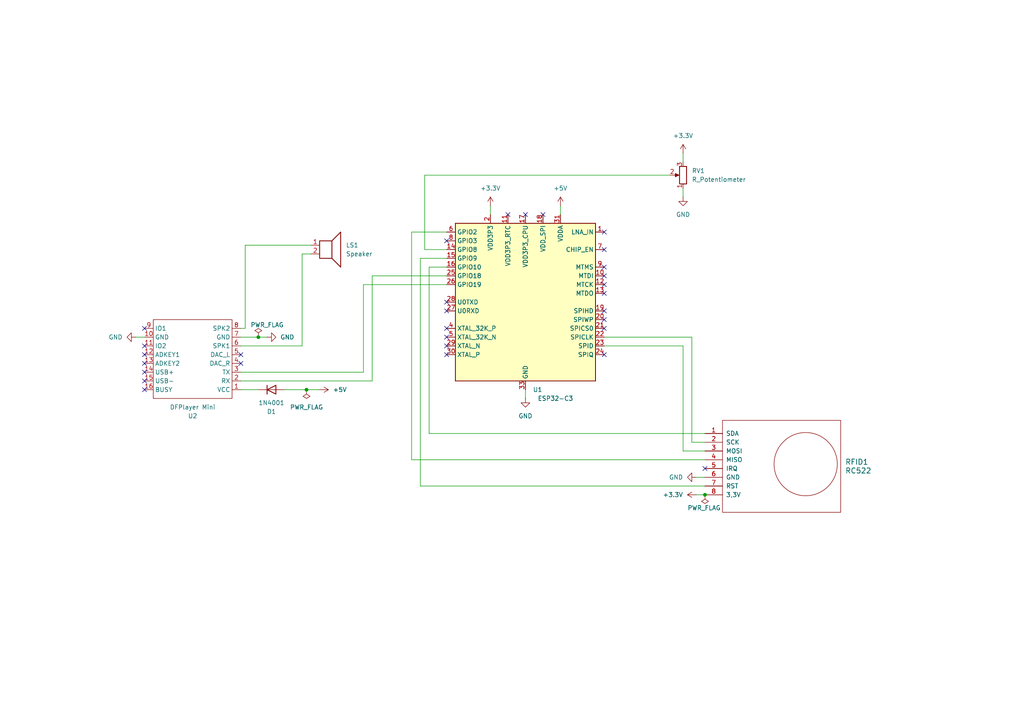
<source format=kicad_sch>
(kicad_sch
	(version 20250114)
	(generator "eeschema")
	(generator_version "9.0")
	(uuid "5544d845-9aac-4155-bcc6-e1be45966d24")
	(paper "A4")
	(title_block
		(title "Minecraft Jukebox")
		(date "2025-08-01")
		(comment 1 "IRL Minecraft Jukebox Prototype")
	)
	(lib_symbols
		(symbol "Device:R_Potentiometer"
			(pin_names
				(offset 1.016)
				(hide yes)
			)
			(exclude_from_sim no)
			(in_bom yes)
			(on_board yes)
			(property "Reference" "RV"
				(at -4.445 0 90)
				(effects
					(font
						(size 1.27 1.27)
					)
				)
			)
			(property "Value" "R_Potentiometer"
				(at -2.54 0 90)
				(effects
					(font
						(size 1.27 1.27)
					)
				)
			)
			(property "Footprint" ""
				(at 0 0 0)
				(effects
					(font
						(size 1.27 1.27)
					)
					(hide yes)
				)
			)
			(property "Datasheet" "~"
				(at 0 0 0)
				(effects
					(font
						(size 1.27 1.27)
					)
					(hide yes)
				)
			)
			(property "Description" "Potentiometer"
				(at 0 0 0)
				(effects
					(font
						(size 1.27 1.27)
					)
					(hide yes)
				)
			)
			(property "ki_keywords" "resistor variable"
				(at 0 0 0)
				(effects
					(font
						(size 1.27 1.27)
					)
					(hide yes)
				)
			)
			(property "ki_fp_filters" "Potentiometer*"
				(at 0 0 0)
				(effects
					(font
						(size 1.27 1.27)
					)
					(hide yes)
				)
			)
			(symbol "R_Potentiometer_0_1"
				(rectangle
					(start 1.016 2.54)
					(end -1.016 -2.54)
					(stroke
						(width 0.254)
						(type default)
					)
					(fill
						(type none)
					)
				)
				(polyline
					(pts
						(xy 1.143 0) (xy 2.286 0.508) (xy 2.286 -0.508) (xy 1.143 0)
					)
					(stroke
						(width 0)
						(type default)
					)
					(fill
						(type outline)
					)
				)
				(polyline
					(pts
						(xy 2.54 0) (xy 1.524 0)
					)
					(stroke
						(width 0)
						(type default)
					)
					(fill
						(type none)
					)
				)
			)
			(symbol "R_Potentiometer_1_1"
				(pin passive line
					(at 0 3.81 270)
					(length 1.27)
					(name "1"
						(effects
							(font
								(size 1.27 1.27)
							)
						)
					)
					(number "1"
						(effects
							(font
								(size 1.27 1.27)
							)
						)
					)
				)
				(pin passive line
					(at 0 -3.81 90)
					(length 1.27)
					(name "3"
						(effects
							(font
								(size 1.27 1.27)
							)
						)
					)
					(number "3"
						(effects
							(font
								(size 1.27 1.27)
							)
						)
					)
				)
				(pin passive line
					(at 3.81 0 180)
					(length 1.27)
					(name "2"
						(effects
							(font
								(size 1.27 1.27)
							)
						)
					)
					(number "2"
						(effects
							(font
								(size 1.27 1.27)
							)
						)
					)
				)
			)
			(embedded_fonts no)
		)
		(symbol "Device:Speaker"
			(pin_names
				(offset 0)
				(hide yes)
			)
			(exclude_from_sim no)
			(in_bom yes)
			(on_board yes)
			(property "Reference" "LS"
				(at 1.27 5.715 0)
				(effects
					(font
						(size 1.27 1.27)
					)
					(justify right)
				)
			)
			(property "Value" "Speaker"
				(at 1.27 3.81 0)
				(effects
					(font
						(size 1.27 1.27)
					)
					(justify right)
				)
			)
			(property "Footprint" ""
				(at 0 -5.08 0)
				(effects
					(font
						(size 1.27 1.27)
					)
					(hide yes)
				)
			)
			(property "Datasheet" "~"
				(at -0.254 -1.27 0)
				(effects
					(font
						(size 1.27 1.27)
					)
					(hide yes)
				)
			)
			(property "Description" "Speaker"
				(at 0 0 0)
				(effects
					(font
						(size 1.27 1.27)
					)
					(hide yes)
				)
			)
			(property "ki_keywords" "speaker sound"
				(at 0 0 0)
				(effects
					(font
						(size 1.27 1.27)
					)
					(hide yes)
				)
			)
			(symbol "Speaker_0_0"
				(rectangle
					(start -2.54 1.27)
					(end 1.016 -3.81)
					(stroke
						(width 0.254)
						(type default)
					)
					(fill
						(type none)
					)
				)
				(polyline
					(pts
						(xy 1.016 1.27) (xy 3.556 3.81) (xy 3.556 -6.35) (xy 1.016 -3.81)
					)
					(stroke
						(width 0.254)
						(type default)
					)
					(fill
						(type none)
					)
				)
			)
			(symbol "Speaker_1_1"
				(pin input line
					(at -5.08 0 0)
					(length 2.54)
					(name "1"
						(effects
							(font
								(size 1.27 1.27)
							)
						)
					)
					(number "1"
						(effects
							(font
								(size 1.27 1.27)
							)
						)
					)
				)
				(pin input line
					(at -5.08 -2.54 0)
					(length 2.54)
					(name "2"
						(effects
							(font
								(size 1.27 1.27)
							)
						)
					)
					(number "2"
						(effects
							(font
								(size 1.27 1.27)
							)
						)
					)
				)
			)
			(embedded_fonts no)
		)
		(symbol "Diode:1N4001"
			(pin_numbers
				(hide yes)
			)
			(pin_names
				(hide yes)
			)
			(exclude_from_sim no)
			(in_bom yes)
			(on_board yes)
			(property "Reference" "D"
				(at 0 2.54 0)
				(effects
					(font
						(size 1.27 1.27)
					)
				)
			)
			(property "Value" "1N4001"
				(at 0 -2.54 0)
				(effects
					(font
						(size 1.27 1.27)
					)
				)
			)
			(property "Footprint" "Diode_THT:D_DO-41_SOD81_P10.16mm_Horizontal"
				(at 0 0 0)
				(effects
					(font
						(size 1.27 1.27)
					)
					(hide yes)
				)
			)
			(property "Datasheet" "http://www.vishay.com/docs/88503/1n4001.pdf"
				(at 0 0 0)
				(effects
					(font
						(size 1.27 1.27)
					)
					(hide yes)
				)
			)
			(property "Description" "50V 1A General Purpose Rectifier Diode, DO-41"
				(at 0 0 0)
				(effects
					(font
						(size 1.27 1.27)
					)
					(hide yes)
				)
			)
			(property "Sim.Device" "D"
				(at 0 0 0)
				(effects
					(font
						(size 1.27 1.27)
					)
					(hide yes)
				)
			)
			(property "Sim.Pins" "1=K 2=A"
				(at 0 0 0)
				(effects
					(font
						(size 1.27 1.27)
					)
					(hide yes)
				)
			)
			(property "ki_keywords" "diode"
				(at 0 0 0)
				(effects
					(font
						(size 1.27 1.27)
					)
					(hide yes)
				)
			)
			(property "ki_fp_filters" "D*DO?41*"
				(at 0 0 0)
				(effects
					(font
						(size 1.27 1.27)
					)
					(hide yes)
				)
			)
			(symbol "1N4001_0_1"
				(polyline
					(pts
						(xy -1.27 1.27) (xy -1.27 -1.27)
					)
					(stroke
						(width 0.254)
						(type default)
					)
					(fill
						(type none)
					)
				)
				(polyline
					(pts
						(xy 1.27 1.27) (xy 1.27 -1.27) (xy -1.27 0) (xy 1.27 1.27)
					)
					(stroke
						(width 0.254)
						(type default)
					)
					(fill
						(type none)
					)
				)
				(polyline
					(pts
						(xy 1.27 0) (xy -1.27 0)
					)
					(stroke
						(width 0)
						(type default)
					)
					(fill
						(type none)
					)
				)
			)
			(symbol "1N4001_1_1"
				(pin passive line
					(at -3.81 0 0)
					(length 2.54)
					(name "K"
						(effects
							(font
								(size 1.27 1.27)
							)
						)
					)
					(number "1"
						(effects
							(font
								(size 1.27 1.27)
							)
						)
					)
				)
				(pin passive line
					(at 3.81 0 180)
					(length 2.54)
					(name "A"
						(effects
							(font
								(size 1.27 1.27)
							)
						)
					)
					(number "2"
						(effects
							(font
								(size 1.27 1.27)
							)
						)
					)
				)
			)
			(embedded_fonts no)
		)
		(symbol "MCU_Espressif:ESP32-C3"
			(exclude_from_sim no)
			(in_bom yes)
			(on_board yes)
			(property "Reference" "U"
				(at -17.272 23.876 0)
				(effects
					(font
						(size 1.27 1.27)
					)
				)
			)
			(property "Value" "ESP32-C3"
				(at 16.256 23.876 0)
				(effects
					(font
						(size 1.27 1.27)
					)
				)
			)
			(property "Footprint" "Package_DFN_QFN:QFN-32-1EP_5x5mm_P0.5mm_EP3.7x3.7mm"
				(at 0.508 0 0)
				(effects
					(font
						(size 1.27 1.27)
					)
					(hide yes)
				)
			)
			(property "Datasheet" "https://www.espressif.com/sites/default/files/documentation/esp32-c3_datasheet_en.pdf"
				(at 0.508 0 0)
				(effects
					(font
						(size 1.27 1.27)
					)
					(hide yes)
				)
			)
			(property "Description" "RF Module, ESP32 SoC, RISC-V, WiFi 802.11b/n/g, Bluetooth LE 5, QFN32"
				(at 0.508 0 0)
				(effects
					(font
						(size 1.27 1.27)
					)
					(hide yes)
				)
			)
			(property "ki_keywords" "WiFi BLE ESP32 Espressif"
				(at 0 0 0)
				(effects
					(font
						(size 1.27 1.27)
					)
					(hide yes)
				)
			)
			(property "ki_fp_filters" "QFN*1EP*5x5mm*P0.5mm*EP3.7x3.7mm*"
				(at 0 0 0)
				(effects
					(font
						(size 1.27 1.27)
					)
					(hide yes)
				)
			)
			(symbol "ESP32-C3_1_1"
				(rectangle
					(start -20.32 22.86)
					(end 20.32 -22.86)
					(stroke
						(width 0.254)
						(type default)
					)
					(fill
						(type background)
					)
				)
				(pin bidirectional line
					(at -22.86 20.32 0)
					(length 2.54)
					(name "GPIO2"
						(effects
							(font
								(size 1.27 1.27)
							)
						)
					)
					(number "6"
						(effects
							(font
								(size 1.27 1.27)
							)
						)
					)
				)
				(pin bidirectional line
					(at -22.86 17.78 0)
					(length 2.54)
					(name "GPIO3"
						(effects
							(font
								(size 1.27 1.27)
							)
						)
					)
					(number "8"
						(effects
							(font
								(size 1.27 1.27)
							)
						)
					)
				)
				(pin bidirectional line
					(at -22.86 15.24 0)
					(length 2.54)
					(name "GPIO8"
						(effects
							(font
								(size 1.27 1.27)
							)
						)
					)
					(number "14"
						(effects
							(font
								(size 1.27 1.27)
							)
						)
					)
				)
				(pin bidirectional line
					(at -22.86 12.7 0)
					(length 2.54)
					(name "GPIO9"
						(effects
							(font
								(size 1.27 1.27)
							)
						)
					)
					(number "15"
						(effects
							(font
								(size 1.27 1.27)
							)
						)
					)
				)
				(pin bidirectional line
					(at -22.86 10.16 0)
					(length 2.54)
					(name "GPIO10"
						(effects
							(font
								(size 1.27 1.27)
							)
						)
					)
					(number "16"
						(effects
							(font
								(size 1.27 1.27)
							)
						)
					)
				)
				(pin bidirectional line
					(at -22.86 7.62 0)
					(length 2.54)
					(name "GPIO18"
						(effects
							(font
								(size 1.27 1.27)
							)
						)
					)
					(number "25"
						(effects
							(font
								(size 1.27 1.27)
							)
						)
					)
				)
				(pin bidirectional line
					(at -22.86 5.08 0)
					(length 2.54)
					(name "GPIO19"
						(effects
							(font
								(size 1.27 1.27)
							)
						)
					)
					(number "26"
						(effects
							(font
								(size 1.27 1.27)
							)
						)
					)
				)
				(pin bidirectional line
					(at -22.86 0 0)
					(length 2.54)
					(name "U0TXD"
						(effects
							(font
								(size 1.27 1.27)
							)
						)
					)
					(number "28"
						(effects
							(font
								(size 1.27 1.27)
							)
						)
					)
				)
				(pin bidirectional line
					(at -22.86 -2.54 0)
					(length 2.54)
					(name "U0RXD"
						(effects
							(font
								(size 1.27 1.27)
							)
						)
					)
					(number "27"
						(effects
							(font
								(size 1.27 1.27)
							)
						)
					)
				)
				(pin bidirectional line
					(at -22.86 -7.62 0)
					(length 2.54)
					(name "XTAL_32K_P"
						(effects
							(font
								(size 1.27 1.27)
							)
						)
					)
					(number "4"
						(effects
							(font
								(size 1.27 1.27)
							)
						)
					)
				)
				(pin bidirectional line
					(at -22.86 -10.16 0)
					(length 2.54)
					(name "XTAL_32K_N"
						(effects
							(font
								(size 1.27 1.27)
							)
						)
					)
					(number "5"
						(effects
							(font
								(size 1.27 1.27)
							)
						)
					)
				)
				(pin bidirectional line
					(at -22.86 -12.7 0)
					(length 2.54)
					(name "XTAL_N"
						(effects
							(font
								(size 1.27 1.27)
							)
						)
					)
					(number "29"
						(effects
							(font
								(size 1.27 1.27)
							)
						)
					)
				)
				(pin bidirectional line
					(at -22.86 -15.24 0)
					(length 2.54)
					(name "XTAL_P"
						(effects
							(font
								(size 1.27 1.27)
							)
						)
					)
					(number "30"
						(effects
							(font
								(size 1.27 1.27)
							)
						)
					)
				)
				(pin power_in line
					(at -10.16 25.4 270)
					(length 2.54)
					(name "VDD3P3"
						(effects
							(font
								(size 1.27 1.27)
							)
						)
					)
					(number "2"
						(effects
							(font
								(size 1.27 1.27)
							)
						)
					)
				)
				(pin passive line
					(at -10.16 25.4 270)
					(length 2.54)
					(hide yes)
					(name "VDD3P3"
						(effects
							(font
								(size 1.27 1.27)
							)
						)
					)
					(number "3"
						(effects
							(font
								(size 1.27 1.27)
							)
						)
					)
				)
				(pin power_in line
					(at -5.08 25.4 270)
					(length 2.54)
					(name "VDD3P3_RTC"
						(effects
							(font
								(size 1.27 1.27)
							)
						)
					)
					(number "11"
						(effects
							(font
								(size 1.27 1.27)
							)
						)
					)
				)
				(pin power_in line
					(at 0 25.4 270)
					(length 2.54)
					(name "VDD3P3_CPU"
						(effects
							(font
								(size 1.27 1.27)
							)
						)
					)
					(number "17"
						(effects
							(font
								(size 1.27 1.27)
							)
						)
					)
				)
				(pin power_in line
					(at 0 -25.4 90)
					(length 2.54)
					(name "GND"
						(effects
							(font
								(size 1.27 1.27)
							)
						)
					)
					(number "33"
						(effects
							(font
								(size 1.27 1.27)
							)
						)
					)
				)
				(pin power_out line
					(at 5.08 25.4 270)
					(length 2.54)
					(name "VDD_SPI"
						(effects
							(font
								(size 1.27 1.27)
							)
						)
					)
					(number "18"
						(effects
							(font
								(size 1.27 1.27)
							)
						)
					)
				)
				(pin power_in line
					(at 10.16 25.4 270)
					(length 2.54)
					(name "VDDA"
						(effects
							(font
								(size 1.27 1.27)
							)
						)
					)
					(number "31"
						(effects
							(font
								(size 1.27 1.27)
							)
						)
					)
				)
				(pin passive line
					(at 10.16 25.4 270)
					(length 2.54)
					(hide yes)
					(name "VDDA"
						(effects
							(font
								(size 1.27 1.27)
							)
						)
					)
					(number "32"
						(effects
							(font
								(size 1.27 1.27)
							)
						)
					)
				)
				(pin bidirectional line
					(at 22.86 20.32 180)
					(length 2.54)
					(name "LNA_IN"
						(effects
							(font
								(size 1.27 1.27)
							)
						)
					)
					(number "1"
						(effects
							(font
								(size 1.27 1.27)
							)
						)
					)
				)
				(pin bidirectional line
					(at 22.86 15.24 180)
					(length 2.54)
					(name "CHIP_EN"
						(effects
							(font
								(size 1.27 1.27)
							)
						)
					)
					(number "7"
						(effects
							(font
								(size 1.27 1.27)
							)
						)
					)
				)
				(pin bidirectional line
					(at 22.86 10.16 180)
					(length 2.54)
					(name "MTMS"
						(effects
							(font
								(size 1.27 1.27)
							)
						)
					)
					(number "9"
						(effects
							(font
								(size 1.27 1.27)
							)
						)
					)
				)
				(pin bidirectional line
					(at 22.86 7.62 180)
					(length 2.54)
					(name "MTDI"
						(effects
							(font
								(size 1.27 1.27)
							)
						)
					)
					(number "10"
						(effects
							(font
								(size 1.27 1.27)
							)
						)
					)
				)
				(pin bidirectional line
					(at 22.86 5.08 180)
					(length 2.54)
					(name "MTCK"
						(effects
							(font
								(size 1.27 1.27)
							)
						)
					)
					(number "12"
						(effects
							(font
								(size 1.27 1.27)
							)
						)
					)
				)
				(pin bidirectional line
					(at 22.86 2.54 180)
					(length 2.54)
					(name "MTDO"
						(effects
							(font
								(size 1.27 1.27)
							)
						)
					)
					(number "13"
						(effects
							(font
								(size 1.27 1.27)
							)
						)
					)
				)
				(pin bidirectional line
					(at 22.86 -2.54 180)
					(length 2.54)
					(name "SPIHD"
						(effects
							(font
								(size 1.27 1.27)
							)
						)
					)
					(number "19"
						(effects
							(font
								(size 1.27 1.27)
							)
						)
					)
				)
				(pin bidirectional line
					(at 22.86 -5.08 180)
					(length 2.54)
					(name "SPIWP"
						(effects
							(font
								(size 1.27 1.27)
							)
						)
					)
					(number "20"
						(effects
							(font
								(size 1.27 1.27)
							)
						)
					)
				)
				(pin bidirectional line
					(at 22.86 -7.62 180)
					(length 2.54)
					(name "SPICS0"
						(effects
							(font
								(size 1.27 1.27)
							)
						)
					)
					(number "21"
						(effects
							(font
								(size 1.27 1.27)
							)
						)
					)
				)
				(pin bidirectional line
					(at 22.86 -10.16 180)
					(length 2.54)
					(name "SPICLK"
						(effects
							(font
								(size 1.27 1.27)
							)
						)
					)
					(number "22"
						(effects
							(font
								(size 1.27 1.27)
							)
						)
					)
				)
				(pin bidirectional line
					(at 22.86 -12.7 180)
					(length 2.54)
					(name "SPID"
						(effects
							(font
								(size 1.27 1.27)
							)
						)
					)
					(number "23"
						(effects
							(font
								(size 1.27 1.27)
							)
						)
					)
				)
				(pin bidirectional line
					(at 22.86 -15.24 180)
					(length 2.54)
					(name "SPIQ"
						(effects
							(font
								(size 1.27 1.27)
							)
						)
					)
					(number "24"
						(effects
							(font
								(size 1.27 1.27)
							)
						)
					)
				)
			)
			(embedded_fonts no)
		)
		(symbol "minecraft_jb_lib:DFR0299_dfPlayer_mini"
			(exclude_from_sim no)
			(in_bom yes)
			(on_board yes)
			(property "Reference" "U"
				(at 0 0 0)
				(effects
					(font
						(size 1.27 1.27)
					)
				)
			)
			(property "Value" "DFPlayer Mini"
				(at 0 0 0)
				(effects
					(font
						(size 1.27 1.27)
					)
				)
			)
			(property "Footprint" ""
				(at 0 0 0)
				(effects
					(font
						(size 1.27 1.27)
					)
					(hide yes)
				)
			)
			(property "Datasheet" ""
				(at 0 0 0)
				(effects
					(font
						(size 1.27 1.27)
					)
					(hide yes)
				)
			)
			(property "Description" ""
				(at 0 0 0)
				(effects
					(font
						(size 1.27 1.27)
					)
					(hide yes)
				)
			)
			(symbol "DFR0299_dfPlayer_mini_0_1"
				(rectangle
					(start -11.43 11.43)
					(end 11.43 -11.43)
					(stroke
						(width 0)
						(type default)
					)
					(fill
						(type none)
					)
				)
				(rectangle
					(start 7.62 -7.62)
					(end 7.62 -7.62)
					(stroke
						(width 0)
						(type default)
					)
					(fill
						(type none)
					)
				)
			)
			(symbol "DFR0299_dfPlayer_mini_1_1"
				(pin power_out line
					(at -13.97 8.89 0)
					(length 2.54)
					(name "VCC"
						(effects
							(font
								(size 1.27 1.27)
							)
						)
					)
					(number "1"
						(effects
							(font
								(size 1.27 1.27)
							)
						)
					)
				)
				(pin input line
					(at -13.97 6.35 0)
					(length 2.54)
					(name "RX"
						(effects
							(font
								(size 1.27 1.27)
							)
						)
					)
					(number "2"
						(effects
							(font
								(size 1.27 1.27)
							)
						)
					)
				)
				(pin output line
					(at -13.97 3.81 0)
					(length 2.54)
					(name "TX"
						(effects
							(font
								(size 1.27 1.27)
							)
						)
					)
					(number "3"
						(effects
							(font
								(size 1.27 1.27)
							)
						)
					)
				)
				(pin output line
					(at -13.97 1.27 0)
					(length 2.54)
					(name "DAC_R"
						(effects
							(font
								(size 1.27 1.27)
							)
						)
					)
					(number "4"
						(effects
							(font
								(size 1.27 1.27)
							)
						)
					)
				)
				(pin output line
					(at -13.97 -1.27 0)
					(length 2.54)
					(name "DAC_L"
						(effects
							(font
								(size 1.27 1.27)
							)
						)
					)
					(number "5"
						(effects
							(font
								(size 1.27 1.27)
							)
						)
					)
				)
				(pin output line
					(at -13.97 -3.81 0)
					(length 2.54)
					(name "SPK1"
						(effects
							(font
								(size 1.27 1.27)
							)
						)
					)
					(number "6"
						(effects
							(font
								(size 1.27 1.27)
							)
						)
					)
				)
				(pin power_in line
					(at -13.97 -6.35 0)
					(length 2.54)
					(name "GND"
						(effects
							(font
								(size 1.27 1.27)
							)
						)
					)
					(number "7"
						(effects
							(font
								(size 1.27 1.27)
							)
						)
					)
				)
				(pin output line
					(at -13.97 -8.89 0)
					(length 2.54)
					(name "SPK2"
						(effects
							(font
								(size 1.27 1.27)
							)
						)
					)
					(number "8"
						(effects
							(font
								(size 1.27 1.27)
							)
						)
					)
				)
				(pin output line
					(at 13.97 8.89 180)
					(length 2.54)
					(name "BUSY"
						(effects
							(font
								(size 1.27 1.27)
							)
						)
					)
					(number "16"
						(effects
							(font
								(size 1.27 1.27)
							)
						)
					)
				)
				(pin unspecified line
					(at 13.97 6.35 180)
					(length 2.54)
					(name "USB-"
						(effects
							(font
								(size 1.27 1.27)
							)
						)
					)
					(number "15"
						(effects
							(font
								(size 1.27 1.27)
							)
						)
					)
				)
				(pin unspecified line
					(at 13.97 3.81 180)
					(length 2.54)
					(name "USB+"
						(effects
							(font
								(size 1.27 1.27)
							)
						)
					)
					(number "14"
						(effects
							(font
								(size 1.27 1.27)
							)
						)
					)
				)
				(pin unspecified line
					(at 13.97 1.27 180)
					(length 2.54)
					(name "ADKEY2"
						(effects
							(font
								(size 1.27 1.27)
							)
						)
					)
					(number "13"
						(effects
							(font
								(size 1.27 1.27)
							)
						)
					)
				)
				(pin unspecified line
					(at 13.97 -1.27 180)
					(length 2.54)
					(name "ADKEY1"
						(effects
							(font
								(size 1.27 1.27)
							)
						)
					)
					(number "12"
						(effects
							(font
								(size 1.27 1.27)
							)
						)
					)
				)
				(pin input line
					(at 13.97 -3.81 180)
					(length 2.54)
					(name "IO2"
						(effects
							(font
								(size 1.27 1.27)
							)
						)
					)
					(number "11"
						(effects
							(font
								(size 1.27 1.27)
							)
						)
					)
				)
				(pin power_in line
					(at 13.97 -6.35 180)
					(length 2.54)
					(name "GND"
						(effects
							(font
								(size 1.27 1.27)
							)
						)
					)
					(number "10"
						(effects
							(font
								(size 1.27 1.27)
							)
						)
					)
				)
				(pin input line
					(at 13.97 -8.89 180)
					(length 2.54)
					(name "IO1"
						(effects
							(font
								(size 1.27 1.27)
							)
						)
					)
					(number "9"
						(effects
							(font
								(size 1.27 1.27)
							)
						)
					)
				)
			)
			(embedded_fonts no)
		)
		(symbol "minecraft_jb_lib:RC522"
			(pin_names
				(offset 1.016)
			)
			(exclude_from_sim no)
			(in_bom yes)
			(on_board yes)
			(property "Reference" "RFID"
				(at 0 5.08 0)
				(effects
					(font
						(size 1.524 1.524)
					)
				)
			)
			(property "Value" "RC522"
				(at 0 10.16 0)
				(effects
					(font
						(size 1.524 1.524)
					)
				)
			)
			(property "Footprint" ""
				(at 0 0 0)
				(effects
					(font
						(size 1.524 1.524)
					)
					(hide yes)
				)
			)
			(property "Datasheet" ""
				(at 0 0 0)
				(effects
					(font
						(size 1.524 1.524)
					)
					(hide yes)
				)
			)
			(property "Description" ""
				(at 0 0 0)
				(effects
					(font
						(size 1.27 1.27)
					)
					(hide yes)
				)
			)
			(symbol "RC522_0_1"
				(rectangle
					(start -13.97 30.48)
					(end 12.7 -3.81)
					(stroke
						(width 0)
						(type solid)
					)
					(fill
						(type none)
					)
				)
				(circle
					(center 0 6.35)
					(radius 9.1694)
					(stroke
						(width 0)
						(type solid)
					)
					(fill
						(type none)
					)
				)
			)
			(symbol "RC522_1_1"
				(pin power_in line
					(at -8.89 35.56 270)
					(length 5.08)
					(name "3,3V"
						(effects
							(font
								(size 1.27 1.27)
							)
						)
					)
					(number "8"
						(effects
							(font
								(size 1.27 1.27)
							)
						)
					)
				)
				(pin input line
					(at -6.35 35.56 270)
					(length 5.08)
					(name "RST"
						(effects
							(font
								(size 1.27 1.27)
							)
						)
					)
					(number "7"
						(effects
							(font
								(size 1.27 1.27)
							)
						)
					)
				)
				(pin power_in line
					(at -3.81 35.56 270)
					(length 5.08)
					(name "GND"
						(effects
							(font
								(size 1.27 1.27)
							)
						)
					)
					(number "6"
						(effects
							(font
								(size 1.27 1.27)
							)
						)
					)
				)
				(pin output line
					(at -1.27 35.56 270)
					(length 5.08)
					(name "IRQ"
						(effects
							(font
								(size 1.27 1.27)
							)
						)
					)
					(number "5"
						(effects
							(font
								(size 1.27 1.27)
							)
						)
					)
				)
				(pin output line
					(at 1.27 35.56 270)
					(length 5.08)
					(name "MISO"
						(effects
							(font
								(size 1.27 1.27)
							)
						)
					)
					(number "4"
						(effects
							(font
								(size 1.27 1.27)
							)
						)
					)
				)
				(pin output line
					(at 3.81 35.56 270)
					(length 5.08)
					(name "MOSI"
						(effects
							(font
								(size 1.27 1.27)
							)
						)
					)
					(number "3"
						(effects
							(font
								(size 1.27 1.27)
							)
						)
					)
				)
				(pin output line
					(at 6.35 35.56 270)
					(length 5.08)
					(name "SCK"
						(effects
							(font
								(size 1.27 1.27)
							)
						)
					)
					(number "2"
						(effects
							(font
								(size 1.27 1.27)
							)
						)
					)
				)
				(pin output line
					(at 8.89 35.56 270)
					(length 5.08)
					(name "SDA"
						(effects
							(font
								(size 1.27 1.27)
							)
						)
					)
					(number "1"
						(effects
							(font
								(size 1.27 1.27)
							)
						)
					)
				)
			)
			(embedded_fonts no)
		)
		(symbol "power:+3.3V"
			(power)
			(pin_numbers
				(hide yes)
			)
			(pin_names
				(offset 0)
				(hide yes)
			)
			(exclude_from_sim no)
			(in_bom yes)
			(on_board yes)
			(property "Reference" "#PWR"
				(at 0 -3.81 0)
				(effects
					(font
						(size 1.27 1.27)
					)
					(hide yes)
				)
			)
			(property "Value" "+3.3V"
				(at 0 3.556 0)
				(effects
					(font
						(size 1.27 1.27)
					)
				)
			)
			(property "Footprint" ""
				(at 0 0 0)
				(effects
					(font
						(size 1.27 1.27)
					)
					(hide yes)
				)
			)
			(property "Datasheet" ""
				(at 0 0 0)
				(effects
					(font
						(size 1.27 1.27)
					)
					(hide yes)
				)
			)
			(property "Description" "Power symbol creates a global label with name \"+3.3V\""
				(at 0 0 0)
				(effects
					(font
						(size 1.27 1.27)
					)
					(hide yes)
				)
			)
			(property "ki_keywords" "global power"
				(at 0 0 0)
				(effects
					(font
						(size 1.27 1.27)
					)
					(hide yes)
				)
			)
			(symbol "+3.3V_0_1"
				(polyline
					(pts
						(xy -0.762 1.27) (xy 0 2.54)
					)
					(stroke
						(width 0)
						(type default)
					)
					(fill
						(type none)
					)
				)
				(polyline
					(pts
						(xy 0 2.54) (xy 0.762 1.27)
					)
					(stroke
						(width 0)
						(type default)
					)
					(fill
						(type none)
					)
				)
				(polyline
					(pts
						(xy 0 0) (xy 0 2.54)
					)
					(stroke
						(width 0)
						(type default)
					)
					(fill
						(type none)
					)
				)
			)
			(symbol "+3.3V_1_1"
				(pin power_in line
					(at 0 0 90)
					(length 0)
					(name "~"
						(effects
							(font
								(size 1.27 1.27)
							)
						)
					)
					(number "1"
						(effects
							(font
								(size 1.27 1.27)
							)
						)
					)
				)
			)
			(embedded_fonts no)
		)
		(symbol "power:+5V"
			(power)
			(pin_numbers
				(hide yes)
			)
			(pin_names
				(offset 0)
				(hide yes)
			)
			(exclude_from_sim no)
			(in_bom yes)
			(on_board yes)
			(property "Reference" "#PWR"
				(at 0 -3.81 0)
				(effects
					(font
						(size 1.27 1.27)
					)
					(hide yes)
				)
			)
			(property "Value" "+5V"
				(at 0 3.556 0)
				(effects
					(font
						(size 1.27 1.27)
					)
				)
			)
			(property "Footprint" ""
				(at 0 0 0)
				(effects
					(font
						(size 1.27 1.27)
					)
					(hide yes)
				)
			)
			(property "Datasheet" ""
				(at 0 0 0)
				(effects
					(font
						(size 1.27 1.27)
					)
					(hide yes)
				)
			)
			(property "Description" "Power symbol creates a global label with name \"+5V\""
				(at 0 0 0)
				(effects
					(font
						(size 1.27 1.27)
					)
					(hide yes)
				)
			)
			(property "ki_keywords" "global power"
				(at 0 0 0)
				(effects
					(font
						(size 1.27 1.27)
					)
					(hide yes)
				)
			)
			(symbol "+5V_0_1"
				(polyline
					(pts
						(xy -0.762 1.27) (xy 0 2.54)
					)
					(stroke
						(width 0)
						(type default)
					)
					(fill
						(type none)
					)
				)
				(polyline
					(pts
						(xy 0 2.54) (xy 0.762 1.27)
					)
					(stroke
						(width 0)
						(type default)
					)
					(fill
						(type none)
					)
				)
				(polyline
					(pts
						(xy 0 0) (xy 0 2.54)
					)
					(stroke
						(width 0)
						(type default)
					)
					(fill
						(type none)
					)
				)
			)
			(symbol "+5V_1_1"
				(pin power_in line
					(at 0 0 90)
					(length 0)
					(name "~"
						(effects
							(font
								(size 1.27 1.27)
							)
						)
					)
					(number "1"
						(effects
							(font
								(size 1.27 1.27)
							)
						)
					)
				)
			)
			(embedded_fonts no)
		)
		(symbol "power:GND"
			(power)
			(pin_numbers
				(hide yes)
			)
			(pin_names
				(offset 0)
				(hide yes)
			)
			(exclude_from_sim no)
			(in_bom yes)
			(on_board yes)
			(property "Reference" "#PWR"
				(at 0 -6.35 0)
				(effects
					(font
						(size 1.27 1.27)
					)
					(hide yes)
				)
			)
			(property "Value" "GND"
				(at 0 -3.81 0)
				(effects
					(font
						(size 1.27 1.27)
					)
				)
			)
			(property "Footprint" ""
				(at 0 0 0)
				(effects
					(font
						(size 1.27 1.27)
					)
					(hide yes)
				)
			)
			(property "Datasheet" ""
				(at 0 0 0)
				(effects
					(font
						(size 1.27 1.27)
					)
					(hide yes)
				)
			)
			(property "Description" "Power symbol creates a global label with name \"GND\" , ground"
				(at 0 0 0)
				(effects
					(font
						(size 1.27 1.27)
					)
					(hide yes)
				)
			)
			(property "ki_keywords" "global power"
				(at 0 0 0)
				(effects
					(font
						(size 1.27 1.27)
					)
					(hide yes)
				)
			)
			(symbol "GND_0_1"
				(polyline
					(pts
						(xy 0 0) (xy 0 -1.27) (xy 1.27 -1.27) (xy 0 -2.54) (xy -1.27 -1.27) (xy 0 -1.27)
					)
					(stroke
						(width 0)
						(type default)
					)
					(fill
						(type none)
					)
				)
			)
			(symbol "GND_1_1"
				(pin power_in line
					(at 0 0 270)
					(length 0)
					(name "~"
						(effects
							(font
								(size 1.27 1.27)
							)
						)
					)
					(number "1"
						(effects
							(font
								(size 1.27 1.27)
							)
						)
					)
				)
			)
			(embedded_fonts no)
		)
		(symbol "power:PWR_FLAG"
			(power)
			(pin_numbers
				(hide yes)
			)
			(pin_names
				(offset 0)
				(hide yes)
			)
			(exclude_from_sim no)
			(in_bom yes)
			(on_board yes)
			(property "Reference" "#FLG"
				(at 0 1.905 0)
				(effects
					(font
						(size 1.27 1.27)
					)
					(hide yes)
				)
			)
			(property "Value" "PWR_FLAG"
				(at 0 3.81 0)
				(effects
					(font
						(size 1.27 1.27)
					)
				)
			)
			(property "Footprint" ""
				(at 0 0 0)
				(effects
					(font
						(size 1.27 1.27)
					)
					(hide yes)
				)
			)
			(property "Datasheet" "~"
				(at 0 0 0)
				(effects
					(font
						(size 1.27 1.27)
					)
					(hide yes)
				)
			)
			(property "Description" "Special symbol for telling ERC where power comes from"
				(at 0 0 0)
				(effects
					(font
						(size 1.27 1.27)
					)
					(hide yes)
				)
			)
			(property "ki_keywords" "flag power"
				(at 0 0 0)
				(effects
					(font
						(size 1.27 1.27)
					)
					(hide yes)
				)
			)
			(symbol "PWR_FLAG_0_0"
				(pin power_out line
					(at 0 0 90)
					(length 0)
					(name "~"
						(effects
							(font
								(size 1.27 1.27)
							)
						)
					)
					(number "1"
						(effects
							(font
								(size 1.27 1.27)
							)
						)
					)
				)
			)
			(symbol "PWR_FLAG_0_1"
				(polyline
					(pts
						(xy 0 0) (xy 0 1.27) (xy -1.016 1.905) (xy 0 2.54) (xy 1.016 1.905) (xy 0 1.27)
					)
					(stroke
						(width 0)
						(type default)
					)
					(fill
						(type none)
					)
				)
			)
			(embedded_fonts no)
		)
	)
	(junction
		(at 88.9 113.03)
		(diameter 0)
		(color 0 0 0 0)
		(uuid "562067e5-be9a-483d-b0e0-d5acf237906b")
	)
	(junction
		(at 74.93 97.79)
		(diameter 0)
		(color 0 0 0 0)
		(uuid "c8cc471e-ee67-4490-b727-e74933a19651")
	)
	(junction
		(at 204.47 143.51)
		(diameter 0)
		(color 0 0 0 0)
		(uuid "db462427-3c14-4ed5-93d5-1a08cae8c331")
	)
	(no_connect
		(at 41.91 107.95)
		(uuid "0cdec024-f519-402d-b61b-636494089e04")
	)
	(no_connect
		(at 175.26 90.17)
		(uuid "10c07288-81b7-4d7d-bf73-6320e1008e7e")
	)
	(no_connect
		(at 41.91 102.87)
		(uuid "20d018f9-910e-456e-a75e-88e17f1edc49")
	)
	(no_connect
		(at 175.26 72.39)
		(uuid "30da74bc-a8d1-43af-a009-80c424520ec9")
	)
	(no_connect
		(at 175.26 82.55)
		(uuid "3174dbb8-f592-4097-af5a-fc3673d8b4cb")
	)
	(no_connect
		(at 175.26 85.09)
		(uuid "414b7706-d902-4a3f-afb0-e92349bd46ac")
	)
	(no_connect
		(at 41.91 110.49)
		(uuid "51c06741-f68b-42e8-b44d-abb7285be974")
	)
	(no_connect
		(at 129.54 102.87)
		(uuid "59e2f6fb-e84f-4b9e-a8a6-f435f7bfda2d")
	)
	(no_connect
		(at 152.4 62.23)
		(uuid "6948d928-f776-4278-b324-05985f7d444b")
	)
	(no_connect
		(at 157.48 62.23)
		(uuid "6d557e46-25bc-4777-b09b-70ae5d033c8c")
	)
	(no_connect
		(at 129.54 100.33)
		(uuid "6da02cd8-2cb1-412d-a235-2df23e3a8b0c")
	)
	(no_connect
		(at 69.85 105.41)
		(uuid "7b495771-41bd-4e37-a3b0-1fab0e701078")
	)
	(no_connect
		(at 41.91 113.03)
		(uuid "7ce3dc14-4025-4b14-88de-07437a9de8e2")
	)
	(no_connect
		(at 175.26 102.87)
		(uuid "859d8308-68e3-4f2d-9942-5bad22761b82")
	)
	(no_connect
		(at 129.54 87.63)
		(uuid "8b5a4957-8826-4850-a500-66cc37db3638")
	)
	(no_connect
		(at 147.32 62.23)
		(uuid "8d2d1a1b-0a08-4da1-8409-55a9b79f7950")
	)
	(no_connect
		(at 41.91 105.41)
		(uuid "8d7a0170-6ad6-4a5c-8bb5-a4cd444ce72f")
	)
	(no_connect
		(at 175.26 95.25)
		(uuid "93953186-e895-4780-9d26-04f6ec20b99f")
	)
	(no_connect
		(at 204.47 135.89)
		(uuid "aa8a9722-01c6-4b7a-979f-c64715af3c85")
	)
	(no_connect
		(at 175.26 92.71)
		(uuid "be35468e-e696-4a31-8737-15c1f2aa4ab5")
	)
	(no_connect
		(at 41.91 95.25)
		(uuid "c0242f88-9763-4366-8834-7cb58ccfe20b")
	)
	(no_connect
		(at 175.26 67.31)
		(uuid "c59d499b-b544-42c6-afd7-1913103e2f57")
	)
	(no_connect
		(at 129.54 95.25)
		(uuid "c72461ca-7df0-4559-9c7a-ef4eee1f785d")
	)
	(no_connect
		(at 175.26 80.01)
		(uuid "cc33abec-8a96-4f7a-ba70-f99a482bb5c4")
	)
	(no_connect
		(at 41.91 100.33)
		(uuid "eb5ecd00-d2b4-43ea-b4d9-f1f82e30e938")
	)
	(no_connect
		(at 129.54 97.79)
		(uuid "ece2ea16-0f9f-4336-a9a0-4b300f9e92e5")
	)
	(no_connect
		(at 69.85 102.87)
		(uuid "ee0dfc1e-d37f-4a3e-b210-ebbfce064104")
	)
	(no_connect
		(at 129.54 69.85)
		(uuid "f605a1ed-a777-4eef-9606-f96749338795")
	)
	(no_connect
		(at 129.54 90.17)
		(uuid "f8671d11-c286-437e-8c74-934744a01be3")
	)
	(no_connect
		(at 175.26 77.47)
		(uuid "f98323f5-bbc3-4d4a-9a32-ea683e7c7df9")
	)
	(wire
		(pts
			(xy 121.92 140.97) (xy 121.92 74.93)
		)
		(stroke
			(width 0)
			(type default)
		)
		(uuid "087140a6-9341-416b-be27-cfaf54c3a975")
	)
	(wire
		(pts
			(xy 201.93 143.51) (xy 204.47 143.51)
		)
		(stroke
			(width 0)
			(type default)
		)
		(uuid "0b40a8d6-7a3b-4dea-8570-83280f39062b")
	)
	(wire
		(pts
			(xy 124.46 77.47) (xy 124.46 125.73)
		)
		(stroke
			(width 0)
			(type default)
		)
		(uuid "250069d2-596b-4d91-bd19-2fa908dc4e4b")
	)
	(wire
		(pts
			(xy 200.66 97.79) (xy 200.66 128.27)
		)
		(stroke
			(width 0)
			(type default)
		)
		(uuid "27c10d46-277f-4dab-b60e-2a6b1ff17959")
	)
	(wire
		(pts
			(xy 123.19 50.8) (xy 194.31 50.8)
		)
		(stroke
			(width 0)
			(type default)
		)
		(uuid "2aef6df6-c26a-4141-a8ca-924b9ff3d997")
	)
	(wire
		(pts
			(xy 74.93 113.03) (xy 69.85 113.03)
		)
		(stroke
			(width 0)
			(type default)
		)
		(uuid "35c6cbd8-12aa-4acd-932a-b07462864bd7")
	)
	(wire
		(pts
			(xy 152.4 113.03) (xy 152.4 115.57)
		)
		(stroke
			(width 0)
			(type default)
		)
		(uuid "3648e5c5-f742-47f5-9ea9-94266575bbfe")
	)
	(wire
		(pts
			(xy 107.95 80.01) (xy 129.54 80.01)
		)
		(stroke
			(width 0)
			(type default)
		)
		(uuid "3f0bbf80-ad44-4a89-8647-2f5e1910e7c2")
	)
	(wire
		(pts
			(xy 69.85 95.25) (xy 71.12 95.25)
		)
		(stroke
			(width 0)
			(type default)
		)
		(uuid "45511a30-ba5c-4883-ac4f-40ea532e71bf")
	)
	(wire
		(pts
			(xy 107.95 110.49) (xy 107.95 80.01)
		)
		(stroke
			(width 0)
			(type default)
		)
		(uuid "47f594a3-7a4c-425f-b3cb-ac40f59e7b56")
	)
	(wire
		(pts
			(xy 175.26 100.33) (xy 198.12 100.33)
		)
		(stroke
			(width 0)
			(type default)
		)
		(uuid "4b09bee6-07ba-493b-be8e-d9bdee4dc24e")
	)
	(wire
		(pts
			(xy 142.24 59.69) (xy 142.24 62.23)
		)
		(stroke
			(width 0)
			(type default)
		)
		(uuid "547e5b48-a8d2-4c74-bbe5-7441609ccda9")
	)
	(wire
		(pts
			(xy 162.56 59.69) (xy 162.56 62.23)
		)
		(stroke
			(width 0)
			(type default)
		)
		(uuid "7a566cd2-ece3-4985-8538-2e92fe6f62bb")
	)
	(wire
		(pts
			(xy 201.93 138.43) (xy 204.47 138.43)
		)
		(stroke
			(width 0)
			(type default)
		)
		(uuid "7f4fd651-7626-4976-b72b-70d34f4b2951")
	)
	(wire
		(pts
			(xy 105.41 82.55) (xy 129.54 82.55)
		)
		(stroke
			(width 0)
			(type default)
		)
		(uuid "803d326a-035e-43ed-9a3a-ee87ded0c6a5")
	)
	(wire
		(pts
			(xy 175.26 97.79) (xy 200.66 97.79)
		)
		(stroke
			(width 0)
			(type default)
		)
		(uuid "85b3c6ca-e995-46f9-b9cc-3bfdb1aa7ac4")
	)
	(wire
		(pts
			(xy 121.92 74.93) (xy 129.54 74.93)
		)
		(stroke
			(width 0)
			(type default)
		)
		(uuid "933cd923-4928-44c9-976d-8c0924a63b38")
	)
	(wire
		(pts
			(xy 123.19 72.39) (xy 123.19 50.8)
		)
		(stroke
			(width 0)
			(type default)
		)
		(uuid "a0eac705-7c98-487f-b039-e5eb3f17018e")
	)
	(wire
		(pts
			(xy 129.54 77.47) (xy 124.46 77.47)
		)
		(stroke
			(width 0)
			(type default)
		)
		(uuid "a424453e-3a17-4e4a-a32f-533bd39e17f2")
	)
	(wire
		(pts
			(xy 71.12 71.12) (xy 90.17 71.12)
		)
		(stroke
			(width 0)
			(type default)
		)
		(uuid "a64d6e9d-9550-450d-8e52-2c5539eb949c")
	)
	(wire
		(pts
			(xy 129.54 67.31) (xy 119.38 67.31)
		)
		(stroke
			(width 0)
			(type default)
		)
		(uuid "aedc10ca-f843-4e0b-b2e9-1d43583d4773")
	)
	(wire
		(pts
			(xy 88.9 113.03) (xy 92.71 113.03)
		)
		(stroke
			(width 0)
			(type default)
		)
		(uuid "af037f52-a973-43eb-973b-2b1bafed1b2b")
	)
	(wire
		(pts
			(xy 39.37 97.79) (xy 41.91 97.79)
		)
		(stroke
			(width 0)
			(type default)
		)
		(uuid "b15e2ab6-9962-4e0b-8787-1f4f64f2a02f")
	)
	(wire
		(pts
			(xy 119.38 67.31) (xy 119.38 133.35)
		)
		(stroke
			(width 0)
			(type default)
		)
		(uuid "b2cbdadb-2e63-4856-956a-677acfe92bf9")
	)
	(wire
		(pts
			(xy 200.66 128.27) (xy 204.47 128.27)
		)
		(stroke
			(width 0)
			(type default)
		)
		(uuid "bf16fa23-8c79-4b08-802b-b88cbeec021f")
	)
	(wire
		(pts
			(xy 198.12 130.81) (xy 204.47 130.81)
		)
		(stroke
			(width 0)
			(type default)
		)
		(uuid "c2400432-d730-405a-a616-c0b6874c78ec")
	)
	(wire
		(pts
			(xy 87.63 73.66) (xy 90.17 73.66)
		)
		(stroke
			(width 0)
			(type default)
		)
		(uuid "c6303a88-9a3a-48fe-aeec-df9026f2910e")
	)
	(wire
		(pts
			(xy 69.85 107.95) (xy 105.41 107.95)
		)
		(stroke
			(width 0)
			(type default)
		)
		(uuid "d0b842a2-870a-43af-9189-e248e3253862")
	)
	(wire
		(pts
			(xy 69.85 110.49) (xy 107.95 110.49)
		)
		(stroke
			(width 0)
			(type default)
		)
		(uuid "d2989f66-0874-4860-a7f5-49e758763e87")
	)
	(wire
		(pts
			(xy 69.85 97.79) (xy 74.93 97.79)
		)
		(stroke
			(width 0)
			(type default)
		)
		(uuid "d52be8c9-cf9f-4582-bdd7-3aec394bd62a")
	)
	(wire
		(pts
			(xy 198.12 54.61) (xy 198.12 57.15)
		)
		(stroke
			(width 0)
			(type default)
		)
		(uuid "d58e94ef-c984-49cf-8a27-9d89642e0635")
	)
	(wire
		(pts
			(xy 119.38 133.35) (xy 204.47 133.35)
		)
		(stroke
			(width 0)
			(type default)
		)
		(uuid "da21e7fb-8b8d-48b6-b11a-6f3bc94317a4")
	)
	(wire
		(pts
			(xy 198.12 44.45) (xy 198.12 46.99)
		)
		(stroke
			(width 0)
			(type default)
		)
		(uuid "dbd7c786-55ea-4679-aec1-c20b6801d0ca")
	)
	(wire
		(pts
			(xy 82.55 113.03) (xy 88.9 113.03)
		)
		(stroke
			(width 0)
			(type default)
		)
		(uuid "df0c64f0-57fd-474b-b090-bcaf41b1cbf1")
	)
	(wire
		(pts
			(xy 87.63 73.66) (xy 87.63 100.33)
		)
		(stroke
			(width 0)
			(type default)
		)
		(uuid "e05a2a8e-b242-4c70-bd37-b78d537d5229")
	)
	(wire
		(pts
			(xy 69.85 100.33) (xy 87.63 100.33)
		)
		(stroke
			(width 0)
			(type default)
		)
		(uuid "e2e7ad0b-59ee-46a9-aab8-9f40d3b5c18f")
	)
	(wire
		(pts
			(xy 198.12 100.33) (xy 198.12 130.81)
		)
		(stroke
			(width 0)
			(type default)
		)
		(uuid "ed434b27-a767-448e-827d-bd536120f134")
	)
	(wire
		(pts
			(xy 105.41 107.95) (xy 105.41 82.55)
		)
		(stroke
			(width 0)
			(type default)
		)
		(uuid "ed4bdc02-8da5-4bc5-a012-361bc80a61f5")
	)
	(wire
		(pts
			(xy 129.54 72.39) (xy 123.19 72.39)
		)
		(stroke
			(width 0)
			(type default)
		)
		(uuid "f05b39a2-f309-4ba1-adc9-93ac13dee2b5")
	)
	(wire
		(pts
			(xy 77.47 97.79) (xy 74.93 97.79)
		)
		(stroke
			(width 0)
			(type default)
		)
		(uuid "f1198a85-f55f-476d-a64c-821124bd247c")
	)
	(wire
		(pts
			(xy 124.46 125.73) (xy 204.47 125.73)
		)
		(stroke
			(width 0)
			(type default)
		)
		(uuid "f8375a65-15f4-4722-a24c-25573fc44bcc")
	)
	(wire
		(pts
			(xy 204.47 140.97) (xy 121.92 140.97)
		)
		(stroke
			(width 0)
			(type default)
		)
		(uuid "f91d8997-d5c4-4a7c-b5ae-f606807cff9d")
	)
	(wire
		(pts
			(xy 71.12 71.12) (xy 71.12 95.25)
		)
		(stroke
			(width 0)
			(type default)
		)
		(uuid "f9f1f57d-17ff-4bae-be06-d236d32e8809")
	)
	(symbol
		(lib_id "power:+5V")
		(at 92.71 113.03 270)
		(unit 1)
		(exclude_from_sim no)
		(in_bom yes)
		(on_board yes)
		(dnp no)
		(uuid "10eb9b0a-3dfa-40eb-8aae-03407f063804")
		(property "Reference" "#PWR04"
			(at 88.9 113.03 0)
			(effects
				(font
					(size 1.27 1.27)
				)
				(hide yes)
			)
		)
		(property "Value" "+5V"
			(at 96.52 113.03 90)
			(effects
				(font
					(size 1.27 1.27)
				)
				(justify left)
			)
		)
		(property "Footprint" ""
			(at 92.71 113.03 0)
			(effects
				(font
					(size 1.27 1.27)
				)
				(hide yes)
			)
		)
		(property "Datasheet" ""
			(at 92.71 113.03 0)
			(effects
				(font
					(size 1.27 1.27)
				)
				(hide yes)
			)
		)
		(property "Description" "Power symbol creates a global label with name \"+5V\""
			(at 92.71 113.03 0)
			(effects
				(font
					(size 1.27 1.27)
				)
				(hide yes)
			)
		)
		(pin "1"
			(uuid "ddba9513-714c-4779-9d9b-1c2bc8b29678")
		)
		(instances
			(project ""
				(path "/5544d845-9aac-4155-bcc6-e1be45966d24"
					(reference "#PWR04")
					(unit 1)
				)
			)
		)
	)
	(symbol
		(lib_id "power:GND")
		(at 198.12 57.15 0)
		(unit 1)
		(exclude_from_sim no)
		(in_bom yes)
		(on_board yes)
		(dnp no)
		(fields_autoplaced yes)
		(uuid "1aa76d32-e6ad-4ae0-ad7f-432c38c31ff2")
		(property "Reference" "#PWR010"
			(at 198.12 63.5 0)
			(effects
				(font
					(size 1.27 1.27)
				)
				(hide yes)
			)
		)
		(property "Value" "GND"
			(at 198.12 62.23 0)
			(effects
				(font
					(size 1.27 1.27)
				)
			)
		)
		(property "Footprint" ""
			(at 198.12 57.15 0)
			(effects
				(font
					(size 1.27 1.27)
				)
				(hide yes)
			)
		)
		(property "Datasheet" ""
			(at 198.12 57.15 0)
			(effects
				(font
					(size 1.27 1.27)
				)
				(hide yes)
			)
		)
		(property "Description" "Power symbol creates a global label with name \"GND\" , ground"
			(at 198.12 57.15 0)
			(effects
				(font
					(size 1.27 1.27)
				)
				(hide yes)
			)
		)
		(pin "1"
			(uuid "5dd2f317-622e-42d7-85a2-2d9da0e792da")
		)
		(instances
			(project ""
				(path "/5544d845-9aac-4155-bcc6-e1be45966d24"
					(reference "#PWR010")
					(unit 1)
				)
			)
		)
	)
	(symbol
		(lib_id "power:+3.3V")
		(at 198.12 44.45 0)
		(unit 1)
		(exclude_from_sim no)
		(in_bom yes)
		(on_board yes)
		(dnp no)
		(fields_autoplaced yes)
		(uuid "1b7f3d35-337f-400e-a0e0-9a30dfabd59e")
		(property "Reference" "#PWR09"
			(at 198.12 48.26 0)
			(effects
				(font
					(size 1.27 1.27)
				)
				(hide yes)
			)
		)
		(property "Value" "+3.3V"
			(at 198.12 39.37 0)
			(effects
				(font
					(size 1.27 1.27)
				)
			)
		)
		(property "Footprint" ""
			(at 198.12 44.45 0)
			(effects
				(font
					(size 1.27 1.27)
				)
				(hide yes)
			)
		)
		(property "Datasheet" ""
			(at 198.12 44.45 0)
			(effects
				(font
					(size 1.27 1.27)
				)
				(hide yes)
			)
		)
		(property "Description" "Power symbol creates a global label with name \"+3.3V\""
			(at 198.12 44.45 0)
			(effects
				(font
					(size 1.27 1.27)
				)
				(hide yes)
			)
		)
		(pin "1"
			(uuid "becda100-fbcf-439d-a1db-4c0c4c193592")
		)
		(instances
			(project ""
				(path "/5544d845-9aac-4155-bcc6-e1be45966d24"
					(reference "#PWR09")
					(unit 1)
				)
			)
		)
	)
	(symbol
		(lib_id "power:+3.3V")
		(at 201.93 143.51 90)
		(unit 1)
		(exclude_from_sim no)
		(in_bom yes)
		(on_board yes)
		(dnp no)
		(fields_autoplaced yes)
		(uuid "2475e663-91d5-4bb3-a353-e34ddd92ecc2")
		(property "Reference" "#PWR06"
			(at 205.74 143.51 0)
			(effects
				(font
					(size 1.27 1.27)
				)
				(hide yes)
			)
		)
		(property "Value" "+3.3V"
			(at 198.12 143.5099 90)
			(effects
				(font
					(size 1.27 1.27)
				)
				(justify left)
			)
		)
		(property "Footprint" ""
			(at 201.93 143.51 0)
			(effects
				(font
					(size 1.27 1.27)
				)
				(hide yes)
			)
		)
		(property "Datasheet" ""
			(at 201.93 143.51 0)
			(effects
				(font
					(size 1.27 1.27)
				)
				(hide yes)
			)
		)
		(property "Description" "Power symbol creates a global label with name \"+3.3V\""
			(at 201.93 143.51 0)
			(effects
				(font
					(size 1.27 1.27)
				)
				(hide yes)
			)
		)
		(pin "1"
			(uuid "b290b661-fc1d-4089-96fa-7b5ac17dba3f")
		)
		(instances
			(project ""
				(path "/5544d845-9aac-4155-bcc6-e1be45966d24"
					(reference "#PWR06")
					(unit 1)
				)
			)
		)
	)
	(symbol
		(lib_id "power:GND")
		(at 201.93 138.43 270)
		(unit 1)
		(exclude_from_sim no)
		(in_bom yes)
		(on_board yes)
		(dnp no)
		(fields_autoplaced yes)
		(uuid "2530f04c-308c-4ef8-b5aa-d6444bf4a7d1")
		(property "Reference" "#PWR05"
			(at 195.58 138.43 0)
			(effects
				(font
					(size 1.27 1.27)
				)
				(hide yes)
			)
		)
		(property "Value" "GND"
			(at 198.12 138.4299 90)
			(effects
				(font
					(size 1.27 1.27)
				)
				(justify right)
			)
		)
		(property "Footprint" ""
			(at 201.93 138.43 0)
			(effects
				(font
					(size 1.27 1.27)
				)
				(hide yes)
			)
		)
		(property "Datasheet" ""
			(at 201.93 138.43 0)
			(effects
				(font
					(size 1.27 1.27)
				)
				(hide yes)
			)
		)
		(property "Description" "Power symbol creates a global label with name \"GND\" , ground"
			(at 201.93 138.43 0)
			(effects
				(font
					(size 1.27 1.27)
				)
				(hide yes)
			)
		)
		(pin "1"
			(uuid "2702029f-e7a9-4a6d-97a7-d008110d522f")
		)
		(instances
			(project ""
				(path "/5544d845-9aac-4155-bcc6-e1be45966d24"
					(reference "#PWR05")
					(unit 1)
				)
			)
		)
	)
	(symbol
		(lib_id "power:PWR_FLAG")
		(at 204.47 143.51 180)
		(unit 1)
		(exclude_from_sim no)
		(in_bom yes)
		(on_board yes)
		(dnp no)
		(uuid "27883bc5-680d-4366-82ec-516eab8bad1e")
		(property "Reference" "#FLG02"
			(at 204.47 145.415 0)
			(effects
				(font
					(size 1.27 1.27)
				)
				(hide yes)
			)
		)
		(property "Value" "PWR_FLAG"
			(at 204.216 147.32 0)
			(effects
				(font
					(size 1.27 1.27)
				)
			)
		)
		(property "Footprint" ""
			(at 204.47 143.51 0)
			(effects
				(font
					(size 1.27 1.27)
				)
				(hide yes)
			)
		)
		(property "Datasheet" "~"
			(at 204.47 143.51 0)
			(effects
				(font
					(size 1.27 1.27)
				)
				(hide yes)
			)
		)
		(property "Description" "Special symbol for telling ERC where power comes from"
			(at 204.47 143.51 0)
			(effects
				(font
					(size 1.27 1.27)
				)
				(hide yes)
			)
		)
		(pin "1"
			(uuid "d98d87a7-7e7a-41b4-a5f7-e0dbfabd8005")
		)
		(instances
			(project ""
				(path "/5544d845-9aac-4155-bcc6-e1be45966d24"
					(reference "#FLG02")
					(unit 1)
				)
			)
		)
	)
	(symbol
		(lib_id "MCU_Espressif:ESP32-C3")
		(at 152.4 87.63 0)
		(unit 1)
		(exclude_from_sim no)
		(in_bom yes)
		(on_board yes)
		(dnp no)
		(uuid "2e0e119a-1558-43fc-98ea-78bb2f860245")
		(property "Reference" "U1"
			(at 154.5433 113.03 0)
			(effects
				(font
					(size 1.27 1.27)
				)
				(justify left)
			)
		)
		(property "Value" "ESP32-C3"
			(at 155.956 115.57 0)
			(effects
				(font
					(size 1.27 1.27)
				)
				(justify left)
			)
		)
		(property "Footprint" "Package_DFN_QFN:QFN-32-1EP_5x5mm_P0.5mm_EP3.7x3.7mm"
			(at 152.908 87.63 0)
			(effects
				(font
					(size 1.27 1.27)
				)
				(hide yes)
			)
		)
		(property "Datasheet" "https://www.espressif.com/sites/default/files/documentation/esp32-c3_datasheet_en.pdf"
			(at 152.908 87.63 0)
			(effects
				(font
					(size 1.27 1.27)
				)
				(hide yes)
			)
		)
		(property "Description" "RF Module, ESP32 SoC, RISC-V, WiFi 802.11b/n/g, Bluetooth LE 5, QFN32"
			(at 152.908 87.63 0)
			(effects
				(font
					(size 1.27 1.27)
				)
				(hide yes)
			)
		)
		(pin "16"
			(uuid "d9868d38-95b5-4aeb-b4ae-ae61471c8940")
		)
		(pin "25"
			(uuid "13f79e83-2c16-49b6-b0e0-5e0ef69e64cd")
		)
		(pin "11"
			(uuid "fe0bad2e-198e-4e7d-887c-efa34b2372a7")
		)
		(pin "32"
			(uuid "40533acd-9b1f-47a4-a8eb-60acf00afe5d")
		)
		(pin "14"
			(uuid "7f7bc13a-591e-44d2-af85-dff29c9c188b")
		)
		(pin "18"
			(uuid "82cfc8c4-cce3-4489-9cce-f5ca8acdba78")
		)
		(pin "13"
			(uuid "94ffda68-12bf-482b-a9ba-158d8deb31e5")
		)
		(pin "2"
			(uuid "e508dd54-3d38-408a-9362-a63a4291e4d4")
		)
		(pin "24"
			(uuid "e82c97ed-10ed-4958-9f60-dfb9d8ec7014")
		)
		(pin "23"
			(uuid "6ac11e28-3224-4ba3-bedb-ecb742599be0")
		)
		(pin "9"
			(uuid "bae3b6b1-5a1a-4941-bbe5-d9542fe9f18a")
		)
		(pin "30"
			(uuid "e5bd91f9-6b7f-4e0c-a7ee-14bfbd7be3a4")
		)
		(pin "1"
			(uuid "fb4e73fc-8a0d-4cf6-b1c7-d26e8ab72e4c")
		)
		(pin "19"
			(uuid "396fa9f1-b4e7-4516-a628-7d4cde60a629")
		)
		(pin "8"
			(uuid "9be00ecf-a94f-48b5-9af4-03274d5ebf07")
		)
		(pin "17"
			(uuid "80d08acf-913d-4658-882a-cf2c9b94acb2")
		)
		(pin "21"
			(uuid "9cae7f08-2173-4810-be1b-7db4825f63c1")
		)
		(pin "6"
			(uuid "556fd198-a2e2-4568-8389-c17698dfa063")
		)
		(pin "15"
			(uuid "7a2393ea-1cd9-4e27-9865-9cae2a832641")
		)
		(pin "28"
			(uuid "d0717cbc-a0f9-48e3-9c17-c3a924c92546")
		)
		(pin "27"
			(uuid "a571dea5-66b2-43d2-a038-9dcd5d047c29")
		)
		(pin "26"
			(uuid "5d1c1b44-836d-4308-b46e-9ac797b4e467")
		)
		(pin "4"
			(uuid "366fd54f-159b-4af7-aab2-cc88ad8eb839")
		)
		(pin "5"
			(uuid "5ff29f0f-97dc-4d85-b203-9e8f4bb3ba73")
		)
		(pin "29"
			(uuid "9384013b-5f10-47b4-8945-4e9e9b5be823")
		)
		(pin "3"
			(uuid "e7fba4f1-a6af-4518-bf08-c0914fb74752")
		)
		(pin "33"
			(uuid "ec8040e0-6ec3-4ebc-9d3b-86a5aa19ba6b")
		)
		(pin "31"
			(uuid "50c7cda3-ccb7-419a-a19f-fa9728fb647b")
		)
		(pin "7"
			(uuid "df53fb96-7439-4b62-8abb-a5823965587f")
		)
		(pin "10"
			(uuid "294256c3-a446-4868-98d3-aff076382884")
		)
		(pin "12"
			(uuid "21cb2235-4bcd-41e0-bc0b-d2acc83ce5d8")
		)
		(pin "20"
			(uuid "82da93e3-a8fa-499a-8d3d-93e73f14872d")
		)
		(pin "22"
			(uuid "2993f4c4-ffd9-4f77-8701-5c113aeb99fa")
		)
		(instances
			(project ""
				(path "/5544d845-9aac-4155-bcc6-e1be45966d24"
					(reference "U1")
					(unit 1)
				)
			)
		)
	)
	(symbol
		(lib_id "power:GND")
		(at 152.4 115.57 0)
		(unit 1)
		(exclude_from_sim no)
		(in_bom yes)
		(on_board yes)
		(dnp no)
		(fields_autoplaced yes)
		(uuid "465548cc-0202-4320-91d8-2c210d6be522")
		(property "Reference" "#PWR03"
			(at 152.4 121.92 0)
			(effects
				(font
					(size 1.27 1.27)
				)
				(hide yes)
			)
		)
		(property "Value" "GND"
			(at 152.4 120.65 0)
			(effects
				(font
					(size 1.27 1.27)
				)
			)
		)
		(property "Footprint" ""
			(at 152.4 115.57 0)
			(effects
				(font
					(size 1.27 1.27)
				)
				(hide yes)
			)
		)
		(property "Datasheet" ""
			(at 152.4 115.57 0)
			(effects
				(font
					(size 1.27 1.27)
				)
				(hide yes)
			)
		)
		(property "Description" "Power symbol creates a global label with name \"GND\" , ground"
			(at 152.4 115.57 0)
			(effects
				(font
					(size 1.27 1.27)
				)
				(hide yes)
			)
		)
		(pin "1"
			(uuid "55025a1f-8f87-411c-8b1e-9493d813f85d")
		)
		(instances
			(project ""
				(path "/5544d845-9aac-4155-bcc6-e1be45966d24"
					(reference "#PWR03")
					(unit 1)
				)
			)
		)
	)
	(symbol
		(lib_id "power:PWR_FLAG")
		(at 74.93 97.79 0)
		(unit 1)
		(exclude_from_sim no)
		(in_bom yes)
		(on_board yes)
		(dnp no)
		(uuid "4d7ad17a-dc21-45ee-92c0-2ed50f2cd3c0")
		(property "Reference" "#FLG03"
			(at 74.93 95.885 0)
			(effects
				(font
					(size 1.27 1.27)
				)
				(hide yes)
			)
		)
		(property "Value" "PWR_FLAG"
			(at 77.47 94.234 0)
			(effects
				(font
					(size 1.27 1.27)
				)
			)
		)
		(property "Footprint" ""
			(at 74.93 97.79 0)
			(effects
				(font
					(size 1.27 1.27)
				)
				(hide yes)
			)
		)
		(property "Datasheet" "~"
			(at 74.93 97.79 0)
			(effects
				(font
					(size 1.27 1.27)
				)
				(hide yes)
			)
		)
		(property "Description" "Special symbol for telling ERC where power comes from"
			(at 74.93 97.79 0)
			(effects
				(font
					(size 1.27 1.27)
				)
				(hide yes)
			)
		)
		(pin "1"
			(uuid "18b2e2f0-626c-4342-b05a-0f89d55410dd")
		)
		(instances
			(project ""
				(path "/5544d845-9aac-4155-bcc6-e1be45966d24"
					(reference "#FLG03")
					(unit 1)
				)
			)
		)
	)
	(symbol
		(lib_id "power:GND")
		(at 77.47 97.79 90)
		(unit 1)
		(exclude_from_sim no)
		(in_bom yes)
		(on_board yes)
		(dnp no)
		(fields_autoplaced yes)
		(uuid "5b2c7f30-3f6b-400d-b107-bed48c4b5794")
		(property "Reference" "#PWR01"
			(at 83.82 97.79 0)
			(effects
				(font
					(size 1.27 1.27)
				)
				(hide yes)
			)
		)
		(property "Value" "GND"
			(at 81.28 97.7899 90)
			(effects
				(font
					(size 1.27 1.27)
				)
				(justify right)
			)
		)
		(property "Footprint" ""
			(at 77.47 97.79 0)
			(effects
				(font
					(size 1.27 1.27)
				)
				(hide yes)
			)
		)
		(property "Datasheet" ""
			(at 77.47 97.79 0)
			(effects
				(font
					(size 1.27 1.27)
				)
				(hide yes)
			)
		)
		(property "Description" "Power symbol creates a global label with name \"GND\" , ground"
			(at 77.47 97.79 0)
			(effects
				(font
					(size 1.27 1.27)
				)
				(hide yes)
			)
		)
		(pin "1"
			(uuid "9c716de8-e63d-4fad-afc4-40c8cb73063c")
		)
		(instances
			(project ""
				(path "/5544d845-9aac-4155-bcc6-e1be45966d24"
					(reference "#PWR01")
					(unit 1)
				)
			)
		)
	)
	(symbol
		(lib_id "Diode:1N4001")
		(at 78.74 113.03 0)
		(unit 1)
		(exclude_from_sim no)
		(in_bom yes)
		(on_board yes)
		(dnp no)
		(fields_autoplaced yes)
		(uuid "6a151844-9dab-41ad-a0fa-82eb958069c2")
		(property "Reference" "D1"
			(at 78.74 119.38 0)
			(effects
				(font
					(size 1.27 1.27)
				)
			)
		)
		(property "Value" "1N4001"
			(at 78.74 116.84 0)
			(effects
				(font
					(size 1.27 1.27)
				)
			)
		)
		(property "Footprint" "Diode_THT:D_DO-41_SOD81_P10.16mm_Horizontal"
			(at 78.74 113.03 0)
			(effects
				(font
					(size 1.27 1.27)
				)
				(hide yes)
			)
		)
		(property "Datasheet" "http://www.vishay.com/docs/88503/1n4001.pdf"
			(at 78.74 113.03 0)
			(effects
				(font
					(size 1.27 1.27)
				)
				(hide yes)
			)
		)
		(property "Description" "50V 1A General Purpose Rectifier Diode, DO-41"
			(at 78.74 113.03 0)
			(effects
				(font
					(size 1.27 1.27)
				)
				(hide yes)
			)
		)
		(property "Sim.Device" "D"
			(at 78.74 113.03 0)
			(effects
				(font
					(size 1.27 1.27)
				)
				(hide yes)
			)
		)
		(property "Sim.Pins" "1=K 2=A"
			(at 78.74 113.03 0)
			(effects
				(font
					(size 1.27 1.27)
				)
				(hide yes)
			)
		)
		(pin "1"
			(uuid "e14b627c-deee-49cb-9f7d-ef51a4e4e80d")
		)
		(pin "2"
			(uuid "6714f38b-950d-4480-9a3e-ddeb25de02d4")
		)
		(instances
			(project ""
				(path "/5544d845-9aac-4155-bcc6-e1be45966d24"
					(reference "D1")
					(unit 1)
				)
			)
		)
	)
	(symbol
		(lib_id "minecraft_jb_lib:RC522")
		(at 240.03 134.62 90)
		(unit 1)
		(exclude_from_sim no)
		(in_bom yes)
		(on_board yes)
		(dnp no)
		(fields_autoplaced yes)
		(uuid "6aa915a9-8b69-48d9-bac3-5d1bdd5499c8")
		(property "Reference" "RFID1"
			(at 245.11 133.9849 90)
			(effects
				(font
					(size 1.524 1.524)
				)
				(justify right)
			)
		)
		(property "Value" "RC522"
			(at 245.11 136.5249 90)
			(effects
				(font
					(size 1.524 1.524)
				)
				(justify right)
			)
		)
		(property "Footprint" ""
			(at 240.03 134.62 0)
			(effects
				(font
					(size 1.524 1.524)
				)
				(hide yes)
			)
		)
		(property "Datasheet" ""
			(at 240.03 134.62 0)
			(effects
				(font
					(size 1.524 1.524)
				)
				(hide yes)
			)
		)
		(property "Description" ""
			(at 240.03 134.62 0)
			(effects
				(font
					(size 1.27 1.27)
				)
				(hide yes)
			)
		)
		(pin "4"
			(uuid "e34a844f-b8f5-465b-9cf2-0d10b7712252")
		)
		(pin "2"
			(uuid "3a65cf35-ad50-472e-8066-9b70e03dc8b7")
		)
		(pin "5"
			(uuid "370d3536-5f7f-4b21-9b1c-01a26927d8e4")
		)
		(pin "3"
			(uuid "19cd5fbc-e52e-408d-9249-2173f3baff41")
		)
		(pin "8"
			(uuid "7ef16063-23da-4672-bae7-381dbc646fbe")
		)
		(pin "1"
			(uuid "212c4d93-9218-4f63-b136-faba4362abbe")
		)
		(pin "7"
			(uuid "9af61862-519b-445f-9b7c-3f3f12b5d8dc")
		)
		(pin "6"
			(uuid "7a731c3d-90e8-4813-bfe0-d14bf4102df1")
		)
		(instances
			(project ""
				(path "/5544d845-9aac-4155-bcc6-e1be45966d24"
					(reference "RFID1")
					(unit 1)
				)
			)
		)
	)
	(symbol
		(lib_id "Device:Speaker")
		(at 95.25 71.12 0)
		(unit 1)
		(exclude_from_sim no)
		(in_bom yes)
		(on_board yes)
		(dnp no)
		(fields_autoplaced yes)
		(uuid "6f889720-c27d-4336-8c27-b4ab398d15e9")
		(property "Reference" "LS1"
			(at 100.33 71.1199 0)
			(effects
				(font
					(size 1.27 1.27)
				)
				(justify left)
			)
		)
		(property "Value" "Speaker"
			(at 100.33 73.6599 0)
			(effects
				(font
					(size 1.27 1.27)
				)
				(justify left)
			)
		)
		(property "Footprint" ""
			(at 95.25 76.2 0)
			(effects
				(font
					(size 1.27 1.27)
				)
				(hide yes)
			)
		)
		(property "Datasheet" "~"
			(at 94.996 72.39 0)
			(effects
				(font
					(size 1.27 1.27)
				)
				(hide yes)
			)
		)
		(property "Description" "Speaker"
			(at 95.25 71.12 0)
			(effects
				(font
					(size 1.27 1.27)
				)
				(hide yes)
			)
		)
		(pin "2"
			(uuid "345bb592-3006-4e77-ad4c-1eee21cfca3d")
		)
		(pin "1"
			(uuid "aaedbb7d-6358-4553-be9f-2f6a3c3db17d")
		)
		(instances
			(project ""
				(path "/5544d845-9aac-4155-bcc6-e1be45966d24"
					(reference "LS1")
					(unit 1)
				)
			)
		)
	)
	(symbol
		(lib_id "power:+3.3V")
		(at 142.24 59.69 0)
		(unit 1)
		(exclude_from_sim no)
		(in_bom yes)
		(on_board yes)
		(dnp no)
		(fields_autoplaced yes)
		(uuid "93a22907-e807-41c7-a932-3fa3fabdafe0")
		(property "Reference" "#PWR07"
			(at 142.24 63.5 0)
			(effects
				(font
					(size 1.27 1.27)
				)
				(hide yes)
			)
		)
		(property "Value" "+3.3V"
			(at 142.24 54.61 0)
			(effects
				(font
					(size 1.27 1.27)
				)
			)
		)
		(property "Footprint" ""
			(at 142.24 59.69 0)
			(effects
				(font
					(size 1.27 1.27)
				)
				(hide yes)
			)
		)
		(property "Datasheet" ""
			(at 142.24 59.69 0)
			(effects
				(font
					(size 1.27 1.27)
				)
				(hide yes)
			)
		)
		(property "Description" "Power symbol creates a global label with name \"+3.3V\""
			(at 142.24 59.69 0)
			(effects
				(font
					(size 1.27 1.27)
				)
				(hide yes)
			)
		)
		(pin "1"
			(uuid "687d5e51-04fb-4916-9cc1-609aed88fd41")
		)
		(instances
			(project ""
				(path "/5544d845-9aac-4155-bcc6-e1be45966d24"
					(reference "#PWR07")
					(unit 1)
				)
			)
		)
	)
	(symbol
		(lib_id "power:PWR_FLAG")
		(at 88.9 113.03 180)
		(unit 1)
		(exclude_from_sim no)
		(in_bom yes)
		(on_board yes)
		(dnp no)
		(fields_autoplaced yes)
		(uuid "a14fec3c-83a8-4e49-ad35-e378a3db2ffa")
		(property "Reference" "#FLG01"
			(at 88.9 114.935 0)
			(effects
				(font
					(size 1.27 1.27)
				)
				(hide yes)
			)
		)
		(property "Value" "PWR_FLAG"
			(at 88.9 118.11 0)
			(effects
				(font
					(size 1.27 1.27)
				)
			)
		)
		(property "Footprint" ""
			(at 88.9 113.03 0)
			(effects
				(font
					(size 1.27 1.27)
				)
				(hide yes)
			)
		)
		(property "Datasheet" "~"
			(at 88.9 113.03 0)
			(effects
				(font
					(size 1.27 1.27)
				)
				(hide yes)
			)
		)
		(property "Description" "Special symbol for telling ERC where power comes from"
			(at 88.9 113.03 0)
			(effects
				(font
					(size 1.27 1.27)
				)
				(hide yes)
			)
		)
		(pin "1"
			(uuid "2eca4ee0-ea10-4ac9-b050-9ad19f9fe01d")
		)
		(instances
			(project ""
				(path "/5544d845-9aac-4155-bcc6-e1be45966d24"
					(reference "#FLG01")
					(unit 1)
				)
			)
		)
	)
	(symbol
		(lib_id "power:GND")
		(at 39.37 97.79 270)
		(unit 1)
		(exclude_from_sim no)
		(in_bom yes)
		(on_board yes)
		(dnp no)
		(fields_autoplaced yes)
		(uuid "bbac0761-a4da-48b3-848e-33a054481f9a")
		(property "Reference" "#PWR02"
			(at 33.02 97.79 0)
			(effects
				(font
					(size 1.27 1.27)
				)
				(hide yes)
			)
		)
		(property "Value" "GND"
			(at 35.56 97.7899 90)
			(effects
				(font
					(size 1.27 1.27)
				)
				(justify right)
			)
		)
		(property "Footprint" ""
			(at 39.37 97.79 0)
			(effects
				(font
					(size 1.27 1.27)
				)
				(hide yes)
			)
		)
		(property "Datasheet" ""
			(at 39.37 97.79 0)
			(effects
				(font
					(size 1.27 1.27)
				)
				(hide yes)
			)
		)
		(property "Description" "Power symbol creates a global label with name \"GND\" , ground"
			(at 39.37 97.79 0)
			(effects
				(font
					(size 1.27 1.27)
				)
				(hide yes)
			)
		)
		(pin "1"
			(uuid "60db5282-ecf7-4f92-9966-fe907cae876f")
		)
		(instances
			(project ""
				(path "/5544d845-9aac-4155-bcc6-e1be45966d24"
					(reference "#PWR02")
					(unit 1)
				)
			)
		)
	)
	(symbol
		(lib_id "minecraft_jb_lib:DFR0299_dfPlayer_mini")
		(at 55.88 104.14 180)
		(unit 1)
		(exclude_from_sim no)
		(in_bom yes)
		(on_board yes)
		(dnp no)
		(fields_autoplaced yes)
		(uuid "cd5c9d2e-16f0-4845-bd3b-84f3ffaee40a")
		(property "Reference" "U2"
			(at 55.88 120.65 0)
			(effects
				(font
					(size 1.27 1.27)
				)
			)
		)
		(property "Value" "DFPlayer Mini"
			(at 55.88 118.11 0)
			(effects
				(font
					(size 1.27 1.27)
				)
			)
		)
		(property "Footprint" ""
			(at 55.88 104.14 0)
			(effects
				(font
					(size 1.27 1.27)
				)
				(hide yes)
			)
		)
		(property "Datasheet" ""
			(at 55.88 104.14 0)
			(effects
				(font
					(size 1.27 1.27)
				)
				(hide yes)
			)
		)
		(property "Description" ""
			(at 55.88 104.14 0)
			(effects
				(font
					(size 1.27 1.27)
				)
				(hide yes)
			)
		)
		(pin "2"
			(uuid "77c09c06-d0bc-4526-8744-298059874db3")
		)
		(pin "4"
			(uuid "550df24f-933a-4b06-99fa-1d2f87027369")
		)
		(pin "1"
			(uuid "bcb2ea23-c283-496b-b03f-535ba2abe2e4")
		)
		(pin "8"
			(uuid "65225b44-3042-4c2f-ad8b-38fe1e297a4e")
		)
		(pin "15"
			(uuid "11e5f7f4-ed0a-49a2-ab8b-7e3f8455bf01")
		)
		(pin "14"
			(uuid "93693c97-4d94-4d2d-a3d8-a5f1f187e53e")
		)
		(pin "13"
			(uuid "24152823-b400-4953-974e-dd72bc5ae9b0")
		)
		(pin "12"
			(uuid "3a1b23b4-c389-4de2-bce3-565770c4174f")
		)
		(pin "6"
			(uuid "7ac3e628-02fa-4375-bb66-dff5d366f696")
		)
		(pin "16"
			(uuid "721bad8b-4dc2-4162-b822-edb59aea3ecf")
		)
		(pin "7"
			(uuid "5e3cd38b-6d3d-454e-a626-6ee41d347ebc")
		)
		(pin "5"
			(uuid "d0fdf447-33d7-4348-9b79-ade7f3a8b96d")
		)
		(pin "3"
			(uuid "ddbe21af-45d7-4b2b-8544-15e29a0bd2f2")
		)
		(pin "10"
			(uuid "eb2049c5-f736-47a4-853a-3ae3ebb92ee4")
		)
		(pin "11"
			(uuid "df1239a0-dcbb-4723-ace3-d1bc085a6ccd")
		)
		(pin "9"
			(uuid "879080c7-08fe-426e-9040-d1a85d471700")
		)
		(instances
			(project ""
				(path "/5544d845-9aac-4155-bcc6-e1be45966d24"
					(reference "U2")
					(unit 1)
				)
			)
		)
	)
	(symbol
		(lib_id "Device:R_Potentiometer")
		(at 198.12 50.8 180)
		(unit 1)
		(exclude_from_sim no)
		(in_bom yes)
		(on_board yes)
		(dnp no)
		(fields_autoplaced yes)
		(uuid "e25caea1-a028-45f5-9cf5-6b33f8b20373")
		(property "Reference" "RV1"
			(at 200.66 49.5299 0)
			(effects
				(font
					(size 1.27 1.27)
				)
				(justify right)
			)
		)
		(property "Value" "R_Potentiometer"
			(at 200.66 52.0699 0)
			(effects
				(font
					(size 1.27 1.27)
				)
				(justify right)
			)
		)
		(property "Footprint" ""
			(at 198.12 50.8 0)
			(effects
				(font
					(size 1.27 1.27)
				)
				(hide yes)
			)
		)
		(property "Datasheet" "~"
			(at 198.12 50.8 0)
			(effects
				(font
					(size 1.27 1.27)
				)
				(hide yes)
			)
		)
		(property "Description" "Potentiometer"
			(at 198.12 50.8 0)
			(effects
				(font
					(size 1.27 1.27)
				)
				(hide yes)
			)
		)
		(pin "2"
			(uuid "e661306b-6cbe-4e75-9ffc-0f5067d39dd3")
		)
		(pin "1"
			(uuid "4f2e594e-944f-40b7-85e0-a7d8ea461531")
		)
		(pin "3"
			(uuid "177f65c4-6f1d-4671-8adf-2bdbde65ad11")
		)
		(instances
			(project ""
				(path "/5544d845-9aac-4155-bcc6-e1be45966d24"
					(reference "RV1")
					(unit 1)
				)
			)
		)
	)
	(symbol
		(lib_id "power:+5V")
		(at 162.56 59.69 0)
		(unit 1)
		(exclude_from_sim no)
		(in_bom yes)
		(on_board yes)
		(dnp no)
		(fields_autoplaced yes)
		(uuid "ed653f78-787a-43b5-ae49-321851d31ac4")
		(property "Reference" "#PWR08"
			(at 162.56 63.5 0)
			(effects
				(font
					(size 1.27 1.27)
				)
				(hide yes)
			)
		)
		(property "Value" "+5V"
			(at 162.56 54.61 0)
			(effects
				(font
					(size 1.27 1.27)
				)
			)
		)
		(property "Footprint" ""
			(at 162.56 59.69 0)
			(effects
				(font
					(size 1.27 1.27)
				)
				(hide yes)
			)
		)
		(property "Datasheet" ""
			(at 162.56 59.69 0)
			(effects
				(font
					(size 1.27 1.27)
				)
				(hide yes)
			)
		)
		(property "Description" "Power symbol creates a global label with name \"+5V\""
			(at 162.56 59.69 0)
			(effects
				(font
					(size 1.27 1.27)
				)
				(hide yes)
			)
		)
		(pin "1"
			(uuid "aa62e9a6-6061-421b-9d6f-83483510b6e6")
		)
		(instances
			(project ""
				(path "/5544d845-9aac-4155-bcc6-e1be45966d24"
					(reference "#PWR08")
					(unit 1)
				)
			)
		)
	)
	(sheet_instances
		(path "/"
			(page "1")
		)
	)
	(embedded_fonts no)
)

</source>
